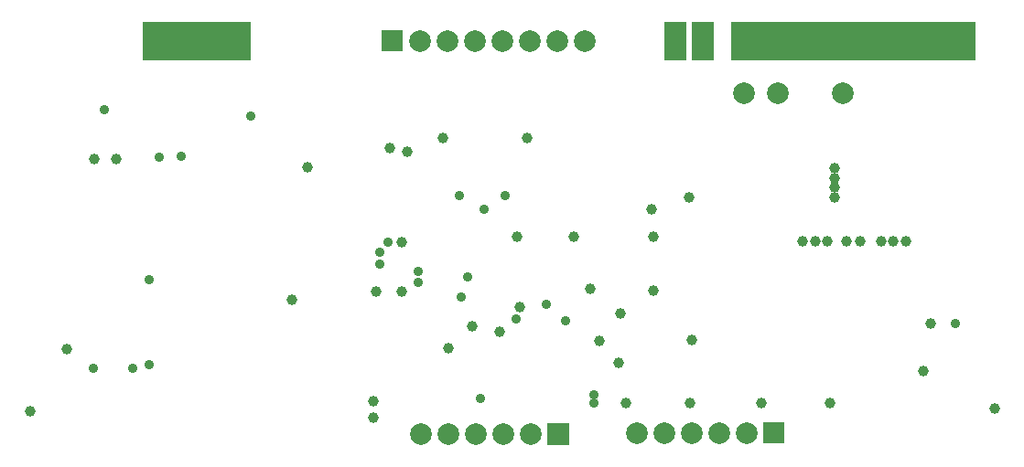
<source format=gbs>
G04 Layer: BottomSolderMaskLayer*
G04 EasyEDA v6.3.43, 2020-05-26T13:53:52+10:00*
G04 dfe334f236054c1482959114e70a1c8d,8629367194b24dd88a5c18b2f13758b0,10*
G04 Gerber Generator version 0.2*
G04 Scale: 100 percent, Rotated: No, Reflected: No *
G04 Dimensions in millimeters *
G04 leading zeros omitted , absolute positions ,3 integer and 3 decimal *
%FSLAX33Y33*%
%MOMM*%
G90*
G71D02*

%ADD42C,1.003198*%
%ADD43C,0.903199*%
%ADD44C,2.003196*%

%LPD*%
G54D42*
G01X60198Y4953D03*
G01X66040Y24003D03*
G01X39497Y15240D03*
G01X45974Y12065D03*
G54D43*
G01X16129Y8509D03*
G54D42*
G01X29337Y14478D03*
G01X37084Y15240D03*
G54D43*
G01X16129Y16383D03*
G01X19050Y27813D03*
G54D42*
G01X39497Y19812D03*
G54D43*
G01X14605Y8128D03*
G01X10922Y8128D03*
G01X46736Y5334D03*
G54D44*
G01X74295Y33655D03*
G54D43*
G01X44958Y14732D03*
G01X45593Y16637D03*
G54D44*
G01X71120Y33655D03*
G54D43*
G01X38227Y19812D03*
G54D42*
G01X66167Y4953D03*
G01X72771Y4953D03*
G01X79121Y4953D03*
G01X87757Y7874D03*
G01X94361Y4445D03*
G01X88392Y12319D03*
G01X86106Y19939D03*
G01X84963Y19939D03*
G01X83820Y19939D03*
G01X81915Y19939D03*
G01X80645Y19939D03*
G01X78867Y19939D03*
G01X76581Y19939D03*
G01X77724Y19939D03*
G01X79502Y24003D03*
G01X79502Y24892D03*
G01X79502Y25781D03*
G01X79502Y26670D03*
G54D43*
G01X44831Y24130D03*
G01X49022Y24130D03*
G54D42*
G01X36830Y3556D03*
G01X5080Y4191D03*
G01X30734Y26797D03*
G01X40005Y28194D03*
G01X38354Y28575D03*
G54D43*
G01X57277Y4953D03*
G01X57277Y5715D03*
G54D42*
G01X43307Y29464D03*
G01X51054Y29464D03*
G54D43*
G01X25527Y31496D03*
G54D44*
G01X80264Y33655D03*
G54D42*
G01X59690Y13208D03*
G54D43*
G01X50038Y12700D03*
G54D42*
G01X50165Y20320D03*
G01X55372Y20320D03*
G01X62738Y20320D03*
G01X62738Y15367D03*
G01X56896Y15494D03*
G54D43*
G01X52832Y14097D03*
G54D42*
G01X62611Y22860D03*
G54D43*
G01X47117Y22860D03*
G01X41021Y17145D03*
G01X41021Y16129D03*
G01X17018Y27686D03*
G01X37465Y18923D03*
G01X37465Y17780D03*
G01X11938Y32131D03*
G54D42*
G01X66294Y10795D03*
G01X59563Y8636D03*
G01X57785Y10668D03*
G01X50419Y13843D03*
G01X43815Y10033D03*
G01X8509Y9906D03*
G54D43*
G01X54610Y12573D03*
G01X90678Y12319D03*
G54D42*
G01X36830Y5080D03*
G01X11049Y27559D03*
G01X13081Y27559D03*
G01X24511Y37592D03*
G01X16383Y37592D03*
G01X16383Y39497D03*
G01X24511Y39497D03*
G01X70739Y39624D03*
G01X70739Y37465D03*
G01X91567Y39624D03*
G01X91567Y37592D03*
G01X67310Y39624D03*
G01X67310Y37465D03*
G01X64770Y37465D03*
G01X64770Y39624D03*
G01X48514Y11557D03*
G36*
G01X37607Y37480D02*
G01X37607Y39481D01*
G01X39608Y39481D01*
G01X39608Y37480D01*
G01X37607Y37480D01*
G37*
G54D44*
G01X41148Y38481D03*
G01X43688Y38481D03*
G01X46228Y38481D03*
G01X48768Y38481D03*
G01X51308Y38481D03*
G01X53848Y38481D03*
G01X56388Y38481D03*
G01X41275Y2032D03*
G01X43815Y2032D03*
G01X46355Y2032D03*
G01X48895Y2032D03*
G01X51435Y2032D03*
G36*
G01X52974Y1031D02*
G01X52974Y3032D01*
G01X54975Y3032D01*
G01X54975Y1031D01*
G01X52974Y1031D01*
G37*
G01X61214Y2159D03*
G01X63754Y2159D03*
G01X66294Y2159D03*
G01X68834Y2159D03*
G01X71374Y2159D03*
G36*
G01X72913Y1158D02*
G01X72913Y3159D01*
G01X74914Y3159D01*
G01X74914Y1158D01*
G01X72913Y1158D01*
G37*

%LPD*%
G36*
G01X65786Y40259D02*
G01X63754Y40259D01*
G01X63754Y36703D01*
G01X65786Y36703D01*
G01X65786Y40259D01*
G37*

%LPD*%
G36*
G01X68326Y40259D02*
G01X66294Y40259D01*
G01X66294Y36703D01*
G01X68326Y36703D01*
G01X68326Y40259D01*
G37*

%LPD*%
G36*
G01X65786Y40259D02*
G01X63754Y40259D01*
G01X63754Y36703D01*
G01X65786Y36703D01*
G01X65786Y40259D01*
G37*

%LPD*%
G36*
G01X25527Y40259D02*
G01X15494Y40259D01*
G01X15494Y36703D01*
G01X25527Y36703D01*
G01X25527Y40259D01*
G37*

%LPD*%
G36*
G01X92583Y40259D02*
G01X69977Y40259D01*
G01X69977Y36703D01*
G01X92583Y36703D01*
G01X92583Y40259D01*
G37*

%LPD*%
G36*
G01X25527Y40259D02*
G01X15494Y40259D01*
G01X15494Y36703D01*
G01X25527Y36703D01*
G01X25527Y40259D01*
G37*
M00*
M02*

</source>
